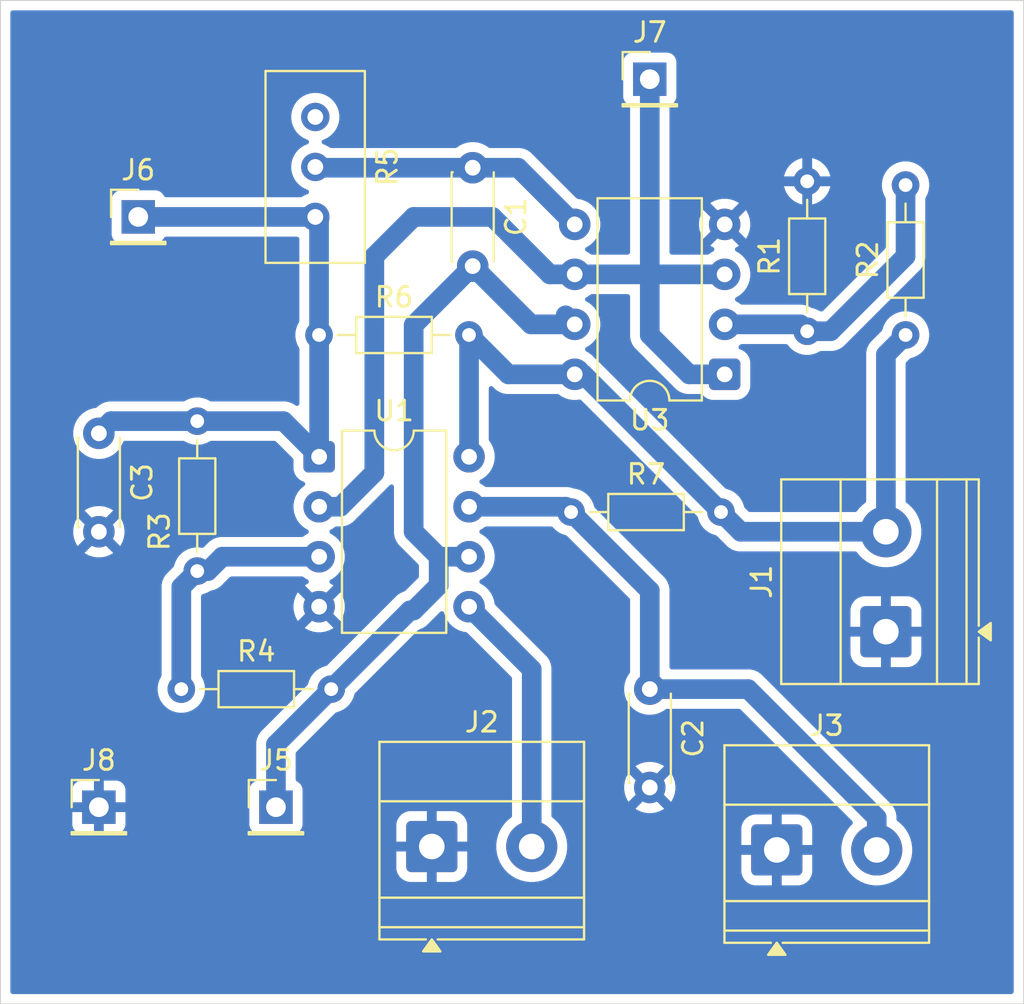
<source format=kicad_pcb>
(kicad_pcb (version 20241229) (generator "pcbnew") (generator_version "9.0")
  (layers (0 "F.Cu" signal) (2 "B.Cu" signal) (13 "F.Paste" user) (15 "B.Paste" user) (5 "F.SilkS" user "F.Silkscreen") (7 "B.SilkS" user "B.Silkscreen") (1 "F.Mask" user) (3 "B.Mask" user) (25 "Edge.Cuts" user))
  (net 0 "")
  (net 1 "GND")
  (net 2 "Net-(U1A-+)")
  (net 3 "Vcc")
  (net 4 "Net-(U3A--)")
  (net 5 "Va")
  (net 6 "Vb")
  (net 7 "Net-(J7-Pin_1)")
  (net 8 "Net-(U3B-+)")
  (net 9 "Vr")
  (net 10 "Vg")
  (footprint "Capacitor_THT:C_Disc_D4.3mm_W1.9mm_P5.00mm" (layer "F.Cu") (at 161 105 -90)
    (property "Reference" "C2" (at 2.5 -2.2 270) (layer "F.SilkS"))
    (property "Value" "1.8pF")
    (fp_line (start 0.23 1.07) (end 4.77 1.07) (stroke (width 0.12)) (layer "F.SilkS"))
    (fp_line (start 0.23 1.014) (end 0.23 1.07) (stroke (width 0.12)) (layer "F.SilkS"))
    (fp_line (start 4.77 1.014) (end 4.77 1.07) (stroke (width 0.12)) (layer "F.SilkS"))
    (fp_line (start 0.23 -1.07) (end 4.77 -1.07) (stroke (width 0.12)) (layer "F.SilkS"))
    (pad "1" thru_hole circle (at 0 0 270) (size 1.6 1.6) (drill 0.8) (layers "*.Cu" "*.Mask") (net 10 "Vg"))
    (pad "2" thru_hole circle (at 5 0 270) (size 1.6 1.6) (drill 0.8) (layers "*.Cu" "*.Mask") (net 1 "GND"))
  )
  (footprint "Resistor_THT:R_Axial_DIN0204_L3.6mm_D1.6mm_P7.62mm_Horizontal" (layer "F.Cu") (at 157 96)
    (property "Reference" "R7" (at 3.81 -1.92 0) (layer "F.SilkS"))
    (property "Value" "5k")
    (fp_line (start 0.94 0) (end 1.89 0) (stroke (width 0.12)) (layer "F.SilkS"))
    (fp_line (start 1.89 -0.92) (end 1.89 0.92) (stroke (width 0.12)) (layer "F.SilkS"))
    (fp_line (start 1.89 0.92) (end 5.73 0.92) (stroke (width 0.12)) (layer "F.SilkS"))
    (fp_line (start 5.73 -0.92) (end 1.89 -0.92) (stroke (width 0.12)) (layer "F.SilkS"))
    (fp_line (start 5.73 0.92) (end 5.73 -0.92) (stroke (width 0.12)) (layer "F.SilkS"))
    (fp_line (start 6.68 0) (end 5.73 0) (stroke (width 0.12)) (layer "F.SilkS"))
    (pad "1" thru_hole circle (at 0 0) (size 1.4 1.4) (drill 0.7) (layers "*.Cu" "*.Mask") (net 10 "Vg"))
    (pad "2" thru_hole oval (at 7.62 0) (size 1.4 1.4) (drill 0.7) (layers "*.Cu" "*.Mask") (net 3 "Vcc"))
  )
  (footprint "Package_DIP:DIP-8_W7.62mm" (layer "F.Cu") (at 164.805 89 180)
    (property "Reference" "U3" (at 3.81 -2.33 0) (layer "F.SilkS"))
    (property "Value" "TL072")
    (fp_line (start 6.46 8.95) (end 6.46 -1.33) (stroke (width 0.12)) (layer "F.SilkS"))
    (fp_line (start 6.46 -1.33) (end 4.81 -1.33) (stroke (width 0.12)) (layer "F.SilkS"))
    (fp_line (start 2.81 -1.33) (end 1.16 -1.33) (stroke (width 0.12)) (layer "F.SilkS"))
    (fp_line (start 1.16 8.95) (end 6.46 8.95) (stroke (width 0.12)) (layer "F.SilkS"))
    (fp_line (start 1.16 -1.33) (end 1.16 8.95) (stroke (width 0.12)) (layer "F.SilkS"))
    (fp_arc (start 4.81 -1.33) (mid 3.81 -0.33) (end 2.81 -1.33) (stroke (width 0.12)) (layer "F.SilkS"))
    (pad "1" thru_hole roundrect (at 0 0 180) (size 1.6 1.6) (drill 0.8) (layers "*.Cu" "*.Mask") (roundrect_rratio 0.15625) (net 7 "Net-(J7-Pin_1)"))
    (pad "2" thru_hole circle (at 0 2.54 180) (size 1.6 1.6) (drill 0.8) (layers "*.Cu" "*.Mask") (net 4 "Net-(U3A--)"))
    (pad "3" thru_hole circle (at 0 5.08 180) (size 1.6 1.6) (drill 0.8) (layers "*.Cu" "*.Mask") (net 7 "Net-(J7-Pin_1)"))
    (pad "4" thru_hole circle (at 0 7.62 180) (size 1.6 1.6) (drill 0.8) (layers "*.Cu" "*.Mask") (net 1 "GND"))
    (pad "5" thru_hole circle (at 7.62 7.62 180) (size 1.6 1.6) (drill 0.8) (layers "*.Cu" "*.Mask") (net 8 "Net-(U3B-+)"))
    (pad "6" thru_hole circle (at 7.62 5.08 180) (size 1.6 1.6) (drill 0.8) (layers "*.Cu" "*.Mask") (net 7 "Net-(J7-Pin_1)"))
    (pad "7" thru_hole circle (at 7.62 2.54 180) (size 1.6 1.6) (drill 0.8) (layers "*.Cu" "*.Mask") (net 6 "Vb"))
    (pad "8" thru_hole circle (at 7.62 0 180) (size 1.6 1.6) (drill 0.8) (layers "*.Cu" "*.Mask") (net 3 "Vcc"))
  )
  (footprint "Connector_PinHeader_2.54mm:PinHeader_1x01_P2.54mm_Vertical" (layer "F.Cu") (at 135 81)
    (property "Reference" "J6" (at 0 -2.38 0) (layer "F.SilkS"))
    (property "Value" "Va_pin")
    (fp_line (start -1.38 -1.38) (end 0 -1.38) (stroke (width 0.12)) (layer "F.SilkS"))
    (fp_line (start -1.38 0) (end -1.38 -1.38) (stroke (width 0.12)) (layer "F.SilkS"))
    (fp_line (start -1.38 1.27) (end -1.38 1.38) (stroke (width 0.12)) (layer "F.SilkS"))
    (fp_line (start -1.38 1.27) (end 1.38 1.27) (stroke (width 0.12)) (layer "F.SilkS"))
    (fp_line (start -1.38 1.38) (end 1.38 1.38) (stroke (width 0.12)) (layer "F.SilkS"))
    (fp_line (start 1.38 1.27) (end 1.38 1.38) (stroke (width 0.12)) (layer "F.SilkS"))
    (pad "1" thru_hole rect (at 0 0) (size 1.7 1.7) (drill 1) (layers "*.Cu" "*.Mask") (net 5 "Va"))
  )
  (footprint "Potentiometer_THT:Potentiometer_Bourns_3296W_Vertical" (layer "F.Cu") (at 144 81 -90)
    (property "Reference" "R5" (at -2.54 -3.66 90) (layer "F.SilkS"))
    (property "Value" "100k")
    (fp_line (start -7.415 2.53) (end 2.335 2.53) (stroke (width 0.12)) (layer "F.SilkS"))
    (fp_line (start -7.415 -2.52) (end -7.415 2.53) (stroke (width 0.12)) (layer "F.SilkS"))
    (fp_line (start -7.415 -2.52) (end 2.335 -2.52) (stroke (width 0.12)) (layer "F.SilkS"))
    (fp_line (start 2.335 -2.52) (end 2.335 2.53) (stroke (width 0.12)) (layer "F.SilkS"))
    (pad "1" thru_hole circle (at 0 0 270) (size 1.44 1.44) (drill 0.8) (layers "*.Cu" "*.Mask") (net 5 "Va"))
    (pad "2" thru_hole circle (at -2.54 0 270) (size 1.44 1.44) (drill 0.8) (layers "*.Cu" "*.Mask") (net 8 "Net-(U3B-+)"))
    (pad "3" thru_hole circle (at -5.08 0 270) (size 1.44 1.44) (drill 0.8) (layers "*.Cu" "*.Mask"))
  )
  (footprint "Connector_PinHeader_2.54mm:PinHeader_1x01_P2.54mm_Vertical" (layer "F.Cu") (at 142 111)
    (property "Reference" "J5" (at 0 -2.38 0) (layer "F.SilkS"))
    (property "Value" "Vb_pin")
    (fp_line (start -1.38 -1.38) (end 0 -1.38) (stroke (width 0.12)) (layer "F.SilkS"))
    (fp_line (start -1.38 0) (end -1.38 -1.38) (stroke (width 0.12)) (layer "F.SilkS"))
    (fp_line (start -1.38 1.27) (end -1.38 1.38) (stroke (width 0.12)) (layer "F.SilkS"))
    (fp_line (start -1.38 1.27) (end 1.38 1.27) (stroke (width 0.12)) (layer "F.SilkS"))
    (fp_line (start -1.38 1.38) (end 1.38 1.38) (stroke (width 0.12)) (layer "F.SilkS"))
    (fp_line (start 1.38 1.27) (end 1.38 1.38) (stroke (width 0.12)) (layer "F.SilkS"))
    (pad "1" thru_hole rect (at 0 0) (size 1.7 1.7) (drill 1) (layers "*.Cu" "*.Mask") (net 6 "Vb"))
  )
  (footprint "Resistor_THT:R_Axial_DIN0204_L3.6mm_D1.6mm_P7.62mm_Horizontal" (layer "F.Cu") (at 138 99 90)
    (property "Reference" "R3" (at 2 -1.92 90) (layer "F.SilkS"))
    (property "Value" "100k")
    (fp_line (start 5.73 -0.92) (end 1.89 -0.92) (stroke (width 0.12)) (layer "F.SilkS"))
    (fp_line (start 1.89 -0.92) (end 1.89 0.92) (stroke (width 0.12)) (layer "F.SilkS"))
    (fp_line (start 6.68 0) (end 5.73 0) (stroke (width 0.12)) (layer "F.SilkS"))
    (fp_line (start 0.94 0) (end 1.89 0) (stroke (width 0.12)) (layer "F.SilkS"))
    (fp_line (start 5.73 0.92) (end 5.73 -0.92) (stroke (width 0.12)) (layer "F.SilkS"))
    (fp_line (start 1.89 0.92) (end 5.73 0.92) (stroke (width 0.12)) (layer "F.SilkS"))
    (pad "1" thru_hole circle (at 0 0 90) (size 1.4 1.4) (drill 0.7) (layers "*.Cu" "*.Mask") (net 2 "Net-(U1A-+)"))
    (pad "2" thru_hole oval (at 7.62 0 90) (size 1.4 1.4) (drill 0.7) (layers "*.Cu" "*.Mask") (net 5 "Va"))
  )
  (footprint "Resistor_THT:R_Axial_DIN0204_L3.6mm_D1.6mm_P7.62mm_Horizontal" (layer "F.Cu") (at 137.19 105)
    (property "Reference" "R4" (at 3.81 -1.92 0) (layer "F.SilkS"))
    (property "Value" "25k")
    (fp_line (start 0.94 0) (end 1.89 0) (stroke (width 0.12)) (layer "F.SilkS"))
    (fp_line (start 1.89 -0.92) (end 1.89 0.92) (stroke (width 0.12)) (layer "F.SilkS"))
    (fp_line (start 1.89 0.92) (end 5.73 0.92) (stroke (width 0.12)) (layer "F.SilkS"))
    (fp_line (start 5.73 -0.92) (end 1.89 -0.92) (stroke (width 0.12)) (layer "F.SilkS"))
    (fp_line (start 5.73 0.92) (end 5.73 -0.92) (stroke (width 0.12)) (layer "F.SilkS"))
    (fp_line (start 6.68 0) (end 5.73 0) (stroke (width 0.12)) (layer "F.SilkS"))
    (pad "1" thru_hole circle (at 0 0) (size 1.4 1.4) (drill 0.7) (layers "*.Cu" "*.Mask") (net 2 "Net-(U1A-+)"))
    (pad "2" thru_hole oval (at 7.62 0) (size 1.4 1.4) (drill 0.7) (layers "*.Cu" "*.Mask") (net 6 "Vb"))
  )
  (footprint "Connector_PinHeader_2.54mm:PinHeader_1x01_P2.54mm_Vertical" (layer "F.Cu") (at 133 111)
    (property "Reference" "J8" (at 0 -2.38 0) (layer "F.SilkS"))
    (property "Value" "gnd_pin")
    (fp_line (start -1.38 -1.38) (end 0 -1.38) (stroke (width 0.12)) (layer "F.SilkS"))
    (fp_line (start -1.38 0) (end -1.38 -1.38) (stroke (width 0.12)) (layer "F.SilkS"))
    (fp_line (start -1.38 1.27) (end -1.38 1.38) (stroke (width 0.12)) (layer "F.SilkS"))
    (fp_line (start -1.38 1.27) (end 1.38 1.27) (stroke (width 0.12)) (layer "F.SilkS"))
    (fp_line (start -1.38 1.38) (end 1.38 1.38) (stroke (width 0.12)) (layer "F.SilkS"))
    (fp_line (start 1.38 1.27) (end 1.38 1.38) (stroke (width 0.12)) (layer "F.SilkS"))
    (pad "1" thru_hole rect (at 0 0) (size 1.7 1.7) (drill 1) (layers "*.Cu" "*.Mask") (net 1 "GND"))
  )
  (footprint "TerminalBlock_Phoenix:TerminalBlock_Phoenix_MKDS-1,5-2-5.08_1x02_P5.08mm_Horizontal" (layer "F.Cu") (at 149.92 113)
    (property "Reference" "J2" (at 2.54 -6.32 0) (layer "F.SilkS"))
    (property "Value" "ref")
    (fp_line (start -2.66 -5.32) (end -2.66 4.72) (stroke (width 0.12)) (layer "F.SilkS"))
    (fp_line (start -2.66 -5.32) (end 7.74 -5.32) (stroke (width 0.12)) (layer "F.SilkS"))
    (fp_line (start -2.66 -2.3) (end 7.74 -2.3) (stroke (width 0.12)) (layer "F.SilkS"))
    (fp_line (start -2.66 2.6) (end 7.74 2.6) (stroke (width 0.12)) (layer "F.SilkS"))
    (fp_line (start -2.66 4.1) (end 7.74 4.1) (stroke (width 0.12)) (layer "F.SilkS"))
    (fp_line (start -2.66 4.72) (end -0.3 4.72) (stroke (width 0.12)) (layer "F.SilkS"))
    (fp_line (start 0.3 4.72) (end 7.74 4.72) (stroke (width 0.12)) (layer "F.SilkS"))
    (fp_line (start 7.74 -5.32) (end 7.74 4.72) (stroke (width 0.12)) (layer "F.SilkS"))
    (fp_poly (pts (xy 0 4.72) (xy 0.44 5.33) (xy -0.44 5.33)) (stroke (width 0.12)) (fill yes) (layer "F.SilkS"))
    (pad "1" thru_hole roundrect (at 0 0) (size 2.6 2.6) (drill 1.3) (layers "*.Cu" "*.Mask") (roundrect_rratio 0.096154) (net 1 "GND"))
    (pad "2" thru_hole circle (at 5.08 0) (size 2.6 2.6) (drill 1.3) (layers "*.Cu" "*.Mask") (net 9 "Vr"))
  )
  (footprint "Capacitor_THT:C_Disc_D4.3mm_W1.9mm_P5.00mm" (layer "F.Cu") (at 152 78.5 -90)
    (property "Reference" "C1" (at 2.5 -2.2 90) (layer "F.SilkS"))
    (property "Value" "100pF")
    (fp_line (start 0.23 1.07) (end 4.77 1.07) (stroke (width 0.12)) (layer "F.SilkS"))
    (fp_line (start 0.23 1.014) (end 0.23 1.07) (stroke (width 0.12)) (layer "F.SilkS"))
    (fp_line (start 4.77 1.014) (end 4.77 1.07) (stroke (width 0.12)) (layer "F.SilkS"))
    (fp_line (start 0.23 -1.07) (end 4.77 -1.07) (stroke (width 0.12)) (layer "F.SilkS"))
    (pad "1" thru_hole circle (at 0 0 270) (size 1.6 1.6) (drill 0.8) (layers "*.Cu" "*.Mask") (net 8 "Net-(U3B-+)"))
    (pad "2" thru_hole circle (at 5 0 270) (size 1.6 1.6) (drill 0.8) (layers "*.Cu" "*.Mask") (net 6 "Vb"))
  )
  (footprint "Resistor_THT:R_Axial_DIN0204_L3.6mm_D1.6mm_P7.62mm_Horizontal" (layer "F.Cu") (at 169 86.81 90)
    (property "Reference" "R1" (at 3.81 -1.92 90) (layer "F.SilkS"))
    (property "Value" "100k")
    (fp_line (start 5.73 -0.92) (end 1.89 -0.92) (stroke (width 0.12)) (layer "F.SilkS"))
    (fp_line (start 1.89 -0.92) (end 1.89 0.92) (stroke (width 0.12)) (layer "F.SilkS"))
    (fp_line (start 6.68 0) (end 5.73 0) (stroke (width 0.12)) (layer "F.SilkS"))
    (fp_line (start 0.94 0) (end 1.89 0) (stroke (width 0.12)) (layer "F.SilkS"))
    (fp_line (start 5.73 0.92) (end 5.73 -0.92) (stroke (width 0.12)) (layer "F.SilkS"))
    (fp_line (start 1.89 0.92) (end 5.73 0.92) (stroke (width 0.12)) (layer "F.SilkS"))
    (pad "1" thru_hole circle (at 0 0 90) (size 1.4 1.4) (drill 0.7) (layers "*.Cu" "*.Mask") (net 4 "Net-(U3A--)"))
    (pad "2" thru_hole oval (at 7.62 0 90) (size 1.4 1.4) (drill 0.7) (layers "*.Cu" "*.Mask") (net 1 "GND"))
  )
  (footprint "Connector_PinHeader_2.54mm:PinHeader_1x01_P2.54mm_Vertical" (layer "F.Cu") (at 161 74)
    (property "Reference" "J7" (at 0 -2.38 0) (layer "F.SilkS"))
    (property "Value" "Vref_pin")
    (fp_line (start -1.38 -1.38) (end 0 -1.38) (stroke (width 0.12)) (layer "F.SilkS"))
    (fp_line (start -1.38 0) (end -1.38 -1.38) (stroke (width 0.12)) (layer "F.SilkS"))
    (fp_line (start -1.38 1.27) (end -1.38 1.38) (stroke (width 0.12)) (layer "F.SilkS"))
    (fp_line (start -1.38 1.27) (end 1.38 1.27) (stroke (width 0.12)) (layer "F.SilkS"))
    (fp_line (start -1.38 1.38) (end 1.38 1.38) (stroke (width 0.12)) (layer "F.SilkS"))
    (fp_line (start 1.38 1.27) (end 1.38 1.38) (stroke (width 0.12)) (layer "F.SilkS"))
    (pad "1" thru_hole rect (at 0 0) (size 1.7 1.7) (drill 1) (layers "*.Cu" "*.Mask") (net 7 "Net-(J7-Pin_1)"))
  )
  (footprint "Package_DIP:DIP-8_W7.62mm" (layer "F.Cu") (at 144.195 93.19)
    (property "Reference" "U1" (at 3.81 -2.33 0) (layer "F.SilkS"))
    (property "Value" "LM393")
    (fp_line (start 1.16 -1.33) (end 1.16 8.95) (stroke (width 0.12)) (layer "F.SilkS"))
    (fp_line (start 1.16 8.95) (end 6.46 8.95) (stroke (width 0.12)) (layer "F.SilkS"))
    (fp_line (start 2.81 -1.33) (end 1.16 -1.33) (stroke (width 0.12)) (layer "F.SilkS"))
    (fp_line (start 6.46 -1.33) (end 4.81 -1.33) (stroke (width 0.12)) (layer "F.SilkS"))
    (fp_line (start 6.46 8.95) (end 6.46 -1.33) (stroke (width 0.12)) (layer "F.SilkS"))
    (fp_arc (start 4.81 -1.33) (mid 3.81 -0.33) (end 2.81 -1.33) (stroke (width 0.12)) (layer "F.SilkS"))
    (pad "1" thru_hole roundrect (at 0 0) (size 1.6 1.6) (drill 0.8) (layers "*.Cu" "*.Mask") (roundrect_rratio 0.15625) (net 5 "Va"))
    (pad "2" thru_hole circle (at 0 2.54) (size 1.6 1.6) (drill 0.8) (layers "*.Cu" "*.Mask") (net 7 "Net-(J7-Pin_1)"))
    (pad "3" thru_hole circle (at 0 5.08) (size 1.6 1.6) (drill 0.8) (layers "*.Cu" "*.Mask") (net 2 "Net-(U1A-+)"))
    (pad "4" thru_hole circle (at 0 7.62) (size 1.6 1.6) (drill 0.8) (layers "*.Cu" "*.Mask") (net 1 "GND"))
    (pad "5" thru_hole circle (at 7.62 7.62) (size 1.6 1.6) (drill 0.8) (layers "*.Cu" "*.Mask") (net 9 "Vr"))
    (pad "6" thru_hole circle (at 7.62 5.08) (size 1.6 1.6) (drill 0.8) (layers "*.Cu" "*.Mask") (net 6 "Vb"))
    (pad "7" thru_hole circle (at 7.62 2.54) (size 1.6 1.6) (drill 0.8) (layers "*.Cu" "*.Mask") (net 10 "Vg"))
    (pad "8" thru_hole circle (at 7.62 0) (size 1.6 1.6) (drill 0.8) (layers "*.Cu" "*.Mask") (net 3 "Vcc"))
  )
  (footprint "Resistor_THT:R_Axial_DIN0204_L3.6mm_D1.6mm_P7.62mm_Horizontal" (layer "F.Cu") (at 174 87 90)
    (property "Reference" "R2" (at 3.81 -1.92 90) (layer "F.SilkS"))
    (property "Value" "100k")
    (fp_line (start 5.73 -0.92) (end 1.89 -0.92) (stroke (width 0.12)) (layer "F.SilkS"))
    (fp_line (start 1.89 -0.92) (end 1.89 0.92) (stroke (width 0.12)) (layer "F.SilkS"))
    (fp_line (start 6.68 0) (end 5.73 0) (stroke (width 0.12)) (layer "F.SilkS"))
    (fp_line (start 0.94 0) (end 1.89 0) (stroke (width 0.12)) (layer "F.SilkS"))
    (fp_line (start 5.73 0.92) (end 5.73 -0.92) (stroke (width 0.12)) (layer "F.SilkS"))
    (fp_line (start 1.89 0.92) (end 5.73 0.92) (stroke (width 0.12)) (layer "F.SilkS"))
    (pad "1" thru_hole circle (at 0 0 90) (size 1.4 1.4) (drill 0.7) (layers "*.Cu" "*.Mask") (net 3 "Vcc"))
    (pad "2" thru_hole oval (at 7.62 0 90) (size 1.4 1.4) (drill 0.7) (layers "*.Cu" "*.Mask") (net 4 "Net-(U3A--)"))
  )
  (footprint "TerminalBlock_Phoenix:TerminalBlock_Phoenix_MKDS-1,5-2-5.08_1x02_P5.08mm_Horizontal" (layer "F.Cu") (at 173 102.08 90)
    (property "Reference" "J1" (at 2.54 -6.32 90) (layer "F.SilkS"))
    (property "Value" "in")
    (fp_line (start 7.74 -5.32) (end 7.74 4.72) (stroke (width 0.12)) (layer "F.SilkS"))
    (fp_line (start -2.66 -5.32) (end 7.74 -5.32) (stroke (width 0.12)) (layer "F.SilkS"))
    (fp_line (start -2.66 -5.32) (end -2.66 4.72) (stroke (width 0.12)) (layer "F.SilkS"))
    (fp_line (start -2.66 -2.3) (end 7.74 -2.3) (stroke (width 0.12)) (layer "F.SilkS"))
    (fp_line (start -2.66 2.6) (end 7.74 2.6) (stroke (width 0.12)) (layer "F.SilkS"))
    (fp_line (start -2.66 4.1) (end 7.74 4.1) (stroke (width 0.12)) (layer "F.SilkS"))
    (fp_line (start 0.3 4.72) (end 7.74 4.72) (stroke (width 0.12)) (layer "F.SilkS"))
    (fp_line (start -2.66 4.72) (end -0.3 4.72) (stroke (width 0.12)) (layer "F.SilkS"))
    (fp_poly (pts (xy 0 4.72) (xy 0.44 5.33) (xy -0.44 5.33)) (stroke (width 0.12)) (fill yes) (layer "F.SilkS"))
    (pad "1" thru_hole roundrect (at 0 0 90) (size 2.6 2.6) (drill 1.3) (layers "*.Cu" "*.Mask") (roundrect_rratio 0.096154) (net 1 "GND"))
    (pad "2" thru_hole circle (at 5.08 0 90) (size 2.6 2.6) (drill 1.3) (layers "*.Cu" "*.Mask") (net 3 "Vcc"))
  )
  (footprint "Capacitor_THT:C_Disc_D4.3mm_W1.9mm_P5.00mm" (layer "F.Cu") (at 133 92 -90)
    (property "Reference" "C3" (at 2.5 -2.2 90) (layer "F.SilkS"))
    (property "Value" "1.8pF")
    (fp_line (start 0.23 1.07) (end 4.77 1.07) (stroke (width 0.12)) (layer "F.SilkS"))
    (fp_line (start 0.23 1.014) (end 0.23 1.07) (stroke (width 0.12)) (layer "F.SilkS"))
    (fp_line (start 4.77 1.014) (end 4.77 1.07) (stroke (width 0.12)) (layer "F.SilkS"))
    (fp_line (start 0.23 -1.07) (end 4.77 -1.07) (stroke (width 0.12)) (layer "F.SilkS"))
    (pad "1" thru_hole circle (at 0 0 270) (size 1.6 1.6) (drill 0.8) (layers "*.Cu" "*.Mask") (net 5 "Va"))
    (pad "2" thru_hole circle (at 5 0 270) (size 1.6 1.6) (drill 0.8) (layers "*.Cu" "*.Mask") (net 1 "GND"))
  )
  (footprint "TerminalBlock_Phoenix:TerminalBlock_Phoenix_MKDS-1,5-2-5.08_1x02_P5.08mm_Horizontal" (layer "F.Cu") (at 167.455 113.1725)
    (property "Reference" "J3" (at 2.54 -6.32 0) (layer "F.SilkS"))
    (property "Value" "out")
    (fp_line (start -2.66 -5.32) (end -2.66 4.72) (stroke (width 0.12)) (layer "F.SilkS"))
    (fp_line (start -2.66 -5.32) (end 7.74 -5.32) (stroke (width 0.12)) (layer "F.SilkS"))
    (fp_line (start -2.66 -2.3) (end 7.74 -2.3) (stroke (width 0.12)) (layer "F.SilkS"))
    (fp_line (start -2.66 2.6) (end 7.74 2.6) (stroke (width 0.12)) (layer "F.SilkS"))
    (fp_line (start -2.66 4.1) (end 7.74 4.1) (stroke (width 0.12)) (layer "F.SilkS"))
    (fp_line (start -2.66 4.72) (end -0.3 4.72) (stroke (width 0.12)) (layer "F.SilkS"))
    (fp_line (start 0.3 4.72) (end 7.74 4.72) (stroke (width 0.12)) (layer "F.SilkS"))
    (fp_line (start 7.74 -5.32) (end 7.74 4.72) (stroke (width 0.12)) (layer "F.SilkS"))
    (fp_poly (pts (xy 0 4.72) (xy 0.44 5.33) (xy -0.44 5.33)) (stroke (width 0.12)) (fill yes) (layer "F.SilkS"))
    (pad "1" thru_hole roundrect (at 0 0) (size 2.6 2.6) (drill 1.3) (layers "*.Cu" "*.Mask") (roundrect_rratio 0.096154) (net 1 "GND"))
    (pad "2" thru_hole circle (at 5.08 0) (size 2.6 2.6) (drill 1.3) (layers "*.Cu" "*.Mask") (net 10 "Vg"))
  )
  (footprint "Resistor_THT:R_Axial_DIN0204_L3.6mm_D1.6mm_P7.62mm_Horizontal" (layer "F.Cu") (at 144.19 87)
    (property "Reference" "R6" (at 3.81 -1.92 0) (layer "F.SilkS"))
    (property "Value" "5k")
    (fp_line (start 0.94 0) (end 1.89 0) (stroke (width 0.12)) (layer "F.SilkS"))
    (fp_line (start 1.89 -0.92) (end 1.89 0.92) (stroke (width 0.12)) (layer "F.SilkS"))
    (fp_line (start 1.89 0.92) (end 5.73 0.92) (stroke (width 0.12)) (layer "F.SilkS"))
    (fp_line (start 5.73 -0.92) (end 1.89 -0.92) (stroke (width 0.12)) (layer "F.SilkS"))
    (fp_line (start 5.73 0.92) (end 5.73 -0.92) (stroke (width 0.12)) (layer "F.SilkS"))
    (fp_line (start 6.68 0) (end 5.73 0) (stroke (width 0.12)) (layer "F.SilkS"))
    (pad "1" thru_hole circle (at 0 0) (size 1.4 1.4) (drill 0.7) (layers "*.Cu" "*.Mask") (net 5 "Va"))
    (pad "2" thru_hole oval (at 7.62 0) (size 1.4 1.4) (drill 0.7) (layers "*.Cu" "*.Mask") (net 3 "Vcc"))
  )
  (gr_line (start 180 121) (end 128 121) (stroke (width 0.05)) (layer "Edge.Cuts"))
  (gr_line (start 128 70) (end 180 70) (stroke (width 0.05)) (layer "Edge.Cuts"))
  (gr_line (start 180 70) (end 180 121) (stroke (width 0.05)) (layer "Edge.Cuts"))
  (gr_line (start 128 121) (end 128 70) (stroke (width 0.05)) (layer "Edge.Cuts"))
  (segment (start 138 99) (end 138.54 99) (width 1) (layer "B.Cu") (net 2))
  (segment (start 138.54 99) (end 139.27 98.27) (width 1) (layer "B.Cu") (net 2))
  (segment (start 137.19 99.81) (end 138 99) (width 1) (layer "B.Cu") (net 2))
  (segment (start 139.27 98.27) (end 144.195 98.27) (width 1) (layer "B.Cu") (net 2))
  (segment (start 137.19 105) (end 137.19 99.81) (width 1) (layer "B.Cu") (net 2))
  (segment (start 173 97) (end 165.62 97) (width 1) (layer "B.Cu") (net 3))
  (segment (start 173 88) (end 174 87) (width 1) (layer "B.Cu") (net 3))
  (segment (start 157 89.185) (end 157.185 89) (width 1) (layer "B.Cu") (net 3))
  (segment (start 173 97) (end 173 88) (width 1) (layer "B.Cu") (net 3))
  (segment (start 157.185 89) (end 157.62 89) (width 1) (layer "B.Cu") (net 3))
  (segment (start 151.81 87) (end 153.81 89) (width 1) (layer "B.Cu") (net 3))
  (segment (start 165.62 97) (end 164.62 96) (width 1) (layer "B.Cu") (net 3))
  (segment (start 153.81 89) (end 157.185 89) (width 1) (layer "B.Cu") (net 3))
  (segment (start 157.62 89) (end 164.62 96) (width 1) (layer "B.Cu") (net 3))
  (segment (start 151.815 87.005) (end 151.81 87) (width 1) (layer "B.Cu") (net 3))
  (segment (start 151.815 93.19) (end 151.815 87.005) (width 1) (layer "B.Cu") (net 3))
  (segment (start 169 86.81) (end 170.19 86.81) (width 1) (layer "B.Cu") (net 4))
  (segment (start 164.805 86.46) (end 168.65 86.46) (width 1) (layer "B.Cu") (net 4))
  (segment (start 170.19 86.81) (end 174 83) (width 1) (layer "B.Cu") (net 4))
  (segment (start 168.65 86.46) (end 169 86.81) (width 1) (layer "B.Cu") (net 4))
  (segment (start 174 83) (end 174 79.38) (width 1) (layer "B.Cu") (net 4))
  (segment (start 144.195 87.005) (end 144.19 87) (width 1) (layer "B.Cu") (net 5))
  (segment (start 138 91.38) (end 133.62 91.38) (width 1) (layer "B.Cu") (net 5))
  (segment (start 144.195 93.19) (end 144.195 87.005) (width 1) (layer "B.Cu") (net 5))
  (segment (start 144 81) (end 135 81) (width 1) (layer "B.Cu") (net 5))
  (segment (start 142.385 91.38) (end 144.195 93.19) (width 1) (layer "B.Cu") (net 5))
  (segment (start 144.19 81.19) (end 144 81) (width 1) (layer "B.Cu") (net 5))
  (segment (start 138 91.38) (end 142.385 91.38) (width 1) (layer "B.Cu") (net 5))
  (segment (start 133.62 91.38) (end 133 92) (width 1) (layer "B.Cu") (net 5))
  (segment (start 144.19 87) (end 144.19 81.19) (width 1) (layer "B.Cu") (net 5))
  (segment (start 150.27 99.73) (end 150.27 98.27) (width 1) (layer "B.Cu") (net 6))
  (segment (start 150.27 98.27) (end 151.815 98.27) (width 1) (layer "B.Cu") (net 6))
  (segment (start 149 86.5) (end 152 83.5) (width 1) (layer "B.Cu") (net 6))
  (segment (start 142 107.81) (end 144.81 105) (width 1) (layer "B.Cu") (net 6))
  (segment (start 154.96 86.46) (end 152 83.5) (width 1) (layer "B.Cu") (net 6))
  (segment (start 150.27 98.27) (end 149 97) (width 1) (layer "B.Cu") (net 6))
  (segment (start 149 97) (end 149 86.5) (width 1) (layer "B.Cu") (net 6))
  (segment (start 148.81 101) (end 149 101) (width 1) (layer "B.Cu") (net 6))
  (segment (start 142 111) (end 142 107.81) (width 1) (layer "B.Cu") (net 6))
  (segment (start 157.185 86.46) (end 154.96 86.46) (width 1) (layer "B.Cu") (net 6))
  (segment (start 157.185 86.46) (end 156.725 86) (width 1) (layer "B.Cu") (net 6))
  (segment (start 144.81 105) (end 148.81 101) (width 1) (layer "B.Cu") (net 6))
  (segment (start 149 101) (end 150.27 99.73) (width 1) (layer "B.Cu") (net 6))
  (segment (start 147 83) (end 149 81) (width 1) (layer "B.Cu") (net 7))
  (segment (start 163 89) (end 164.805 89) (width 1) (layer "B.Cu") (net 7))
  (segment (start 145.27 95.73) (end 147 94) (width 1) (layer "B.Cu") (net 7))
  (segment (start 144.195 95.73) (end 145.27 95.73) (width 1) (layer "B.Cu") (net 7))
  (segment (start 153 81) (end 155.92 83.92) (width 1) (layer "B.Cu") (net 7))
  (segment (start 161 87) (end 163 89) (width 1) (layer "B.Cu") (net 7))
  (segment (start 164.805 83.92) (end 161 83.92) (width 1) (layer "B.Cu") (net 7))
  (segment (start 161 83.92) (end 157.185 83.92) (width 1) (layer "B.Cu") (net 7))
  (segment (start 161 83.92) (end 161 87) (width 1) (layer "B.Cu") (net 7))
  (segment (start 155.92 83.92) (end 157.185 83.92) (width 1) (layer "B.Cu") (net 7))
  (segment (start 147 94) (end 147 83) (width 1) (layer "B.Cu") (net 7))
  (segment (start 161 74) (end 161 83.92) (width 1) (layer "B.Cu") (net 7))
  (segment (start 149 81) (end 153 81) (width 1) (layer "B.Cu") (net 7))
  (segment (start 152 78.5) (end 144.04 78.5) (width 1) (layer "B.Cu") (net 8))
  (segment (start 157.185 81.38) (end 154.305 78.5) (width 1) (layer "B.Cu") (net 8))
  (segment (start 144.04 78.5) (end 144 78.46) (width 1) (layer "B.Cu") (net 8))
  (segment (start 154.305 78.5) (end 152 78.5) (width 1) (layer "B.Cu") (net 8))
  (segment (start 151.815 100.81) (end 155 103.995) (width 1) (layer "B.Cu") (net 9))
  (segment (start 155 113) (end 155 103.995) (width 1) (layer "B.Cu") (net 9))
  (segment (start 166 105) (end 172.535 111.535) (width 1) (layer "B.Cu") (net 10))
  (segment (start 172.535 111.535) (end 172.535 113.1725) (width 1) (layer "B.Cu") (net 10))
  (segment (start 161 105) (end 166 105) (width 1) (layer "B.Cu") (net 10))
  (segment (start 156.73 95.73) (end 157 96) (width 1) (layer "B.Cu") (net 10))
  (segment (start 151.815 95.73) (end 156.73 95.73) (width 1) (layer "B.Cu") (net 10))
  (segment (start 157 96) (end 161 100) (width 1) (layer "B.Cu") (net 10))
  (segment (start 161 100) (end 161 105) (width 1) (layer "B.Cu") (net 10))
  (zone (net 1) (net_name "GND") (layer "B.Cu") (connect_pads (clearance 0.5)) (min_thickness 0.25) (fill yes (thermal_gap 0.5) (thermal_bridge_width 0.5))
    (polygon (pts (xy 128 70) (xy 180 70) (xy 180 121) (xy 128 121)))
  )
)
</source>
